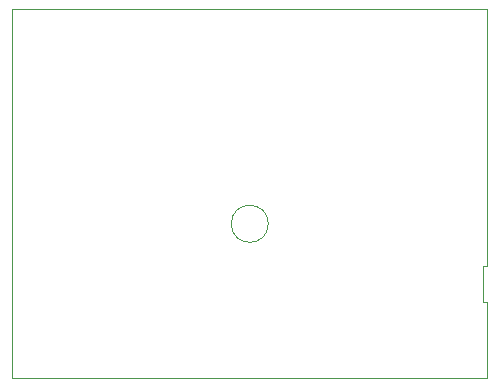
<source format=gbr>
G04 #@! TF.GenerationSoftware,KiCad,Pcbnew,(6.0.6-0)*
G04 #@! TF.CreationDate,2022-11-29T15:01:30-05:00*
G04 #@! TF.ProjectId,Philips CD-i 450 Power Adapter,5068696c-6970-4732-9043-442d69203435,1*
G04 #@! TF.SameCoordinates,Original*
G04 #@! TF.FileFunction,Profile,NP*
%FSLAX46Y46*%
G04 Gerber Fmt 4.6, Leading zero omitted, Abs format (unit mm)*
G04 Created by KiCad (PCBNEW (6.0.6-0)) date 2022-11-29 15:01:30*
%MOMM*%
%LPD*%
G01*
G04 APERTURE LIST*
G04 #@! TA.AperFunction,Profile*
%ADD10C,0.100000*%
G04 #@! TD*
G04 APERTURE END LIST*
D10*
X159590000Y-86430000D02*
X119400000Y-86430000D01*
X119400000Y-86430000D02*
X119400000Y-117650000D01*
X141060032Y-104580000D02*
G75*
G03*
X141060032Y-104580000I-1570032J0D01*
G01*
X159590000Y-117650000D02*
X159590000Y-111180000D01*
X159270000Y-108180000D02*
X159590000Y-108180000D01*
X159270000Y-111180000D02*
X159270000Y-108180000D01*
X119400000Y-117650000D02*
X159590000Y-117650000D01*
X159590000Y-108180000D02*
X159590000Y-86430000D01*
X159590000Y-111180000D02*
X159270000Y-111180000D01*
M02*

</source>
